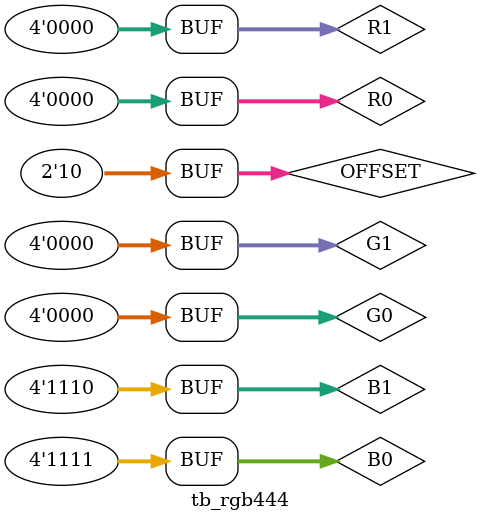
<source format=v>
`timescale 1ns / 1ps


module tb_rgb444();

  reg [3:0] R0;
  reg [3:0] R1;
  reg [3:0] G0;
  reg [3:0] G1;
  reg [3:0] B0;
  reg [3:0] B1;
  reg [1:0] OFFSET;
  wire DIFF;
  
  rgb444diff BUT(
      .r0(R0),
      .g0(G0),
      .b0(B0),
      .r1(R1),
      .g1(G1),
      .b1(B1),
      .offset(OFFSET),
      .result(DIFF)
      );
      
  initial
    begin
      R0<=0;
      R1<=0;
      G0<=0;
      G1<=0;
      B0<=4'b1111;
      B1<=4'b1111;
      
      OFFSET = 0;
      #10
      R1 = 4'b1010;
      #10
      R1 = 0;
      #10
      G1 = 4'b0010;
      #10
      OFFSET = 2;
      #10
      G1 = 4'b0011;
      #10
      G1 = 0;
      #10
      B1 = 4'b1000;
      #10
      B1 = 4'b1110;
    end
      
endmodule

</source>
